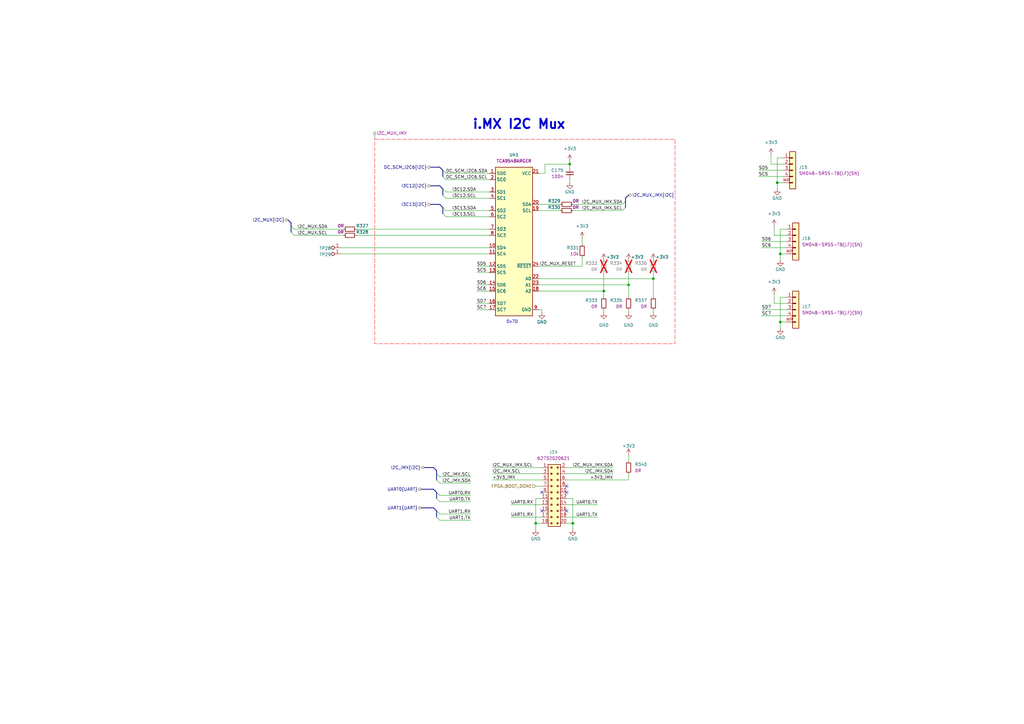
<source format=kicad_sch>
(kicad_sch (version 20250114) (generator "eeschema") (generator_version "9.0")
  (paper "A3")
  (title_block (title "BMC Reference Carrier Board") (date "2025-08-14") (rev "1.0.0"))
  (lib_symbols
    (symbol "antmicroCapacitors0402:C_100n_0402" (pin_numbers (hide yes)) (pin_names (hide yes))
      (property "Reference" "C" (at 20.32 -5.08 0))
      (property "Val" "100n" (at 20.32 -7.62 0))
      (symbol "C_100n_0402_0_1"
        (polyline (pts (xy 2.032 -1.524) (xy 2.032 1.524)) (stroke (width 0.3048)))
        (polyline (pts (xy 3.048 -1.524) (xy 3.048 1.524)) (stroke (width 0.3302)))
      )
      (symbol "C_100n_0402_1_1"
        (pin passive line (at 0 0 0) (length 2.032) (name "~") (number "1"))
        (pin passive line (at 5.08 0 180) (length 2.032) (name "~") (number "2"))
      )
    )
    (symbol "antmicroGenericPinHeaders:PinHeader_2x10_P1.27mm_SMD_Shrouded"
      (property "Reference" "J" (at 18.415 -3.175 0))
      (property "MPN" "62732020621" (at 18.415 -13.335 0))
      (symbol "PinHeader_2x10_P1.27mm_SMD_Shrouded_1_1"
        (rectangle (start 1.905 -5.08) (end 1.905 -5.08) (stroke (width 0.254)) (fill (type background)))
        (rectangle (start 2.54 1.27) (end 7.62 -24.13) (stroke (width 0.254)) (fill (type background)))
        (rectangle (start 3.81 -2.54) (end 3.81 -2.54) (stroke (width 0.254)) (fill (type background)))
        (rectangle (start 4.191 -0.254) (end 3.683 0.254) (stroke (width 0.254)) (fill (type background)))
        (rectangle (start 4.191 -2.794) (end 3.683 -2.286) (stroke (width 0.254)) (fill (type background)))
        (rectangle (start 4.191 -5.334) (end 3.683 -4.826) (stroke (width 0.254)) (fill (type background)))
        (rectangle (start 4.191 -7.874) (end 3.683 -7.366) (stroke (width 0.254)) (fill (type background)))
        (rectangle (start 4.191 -10.414) (end 3.683 -9.906) (stroke (width 0.254)) (fill (type background)))
        (rectangle (start 4.191 -12.954) (end 3.683 -12.446) (stroke (width 0.254)) (fill (type background)))
        (rectangle (start 4.191 -15.494) (end 3.683 -14.986) (stroke (width 0.254)) (fill (type background)))
        (rectangle (start 4.191 -18.034) (end 3.683 -17.526) (stroke (width 0.254)) (fill (type background)))
        (rectangle (start 4.191 -20.574) (end 3.683 -20.066) (stroke (width 0.254)) (fill (type background)))
        (rectangle (start 4.191 -23.114) (end 3.683 -22.606) (stroke (width 0.254)) (fill (type background)))
        (rectangle (start 6.7056 -23.114) (end 6.1976 -22.606) (stroke (width 0.254)) (fill (type background)))
        (rectangle (start 6.731 -0.254) (end 6.223 0.254) (stroke (width 0.254)) (fill (type background)))
        (rectangle (start 6.731 -2.794) (end 6.223 -2.286) (stroke (width 0.254)) (fill (type background)))
        (rectangle (start 6.731 -5.334) (end 6.223 -4.826) (stroke (width 0.254)) (fill (type background)))
        (rectangle (start 6.731 -7.874) (end 6.223 -7.366) (stroke (width 0.254)) (fill (type background)))
        (rectangle (start 6.731 -10.414) (end 6.223 -9.906) (stroke (width 0.254)) (fill (type background)))
        (rectangle (start 6.731 -12.954) (end 6.223 -12.446) (stroke (width 0.254)) (fill (type background)))
        (rectangle (start 6.731 -15.494) (end 6.223 -14.986) (stroke (width 0.254)) (fill (type background)))
        (rectangle (start 6.731 -18.034) (end 6.223 -17.526) (stroke (width 0.254)) (fill (type background)))
        (rectangle (start 6.731 -20.574) (end 6.223 -20.066) (stroke (width 0.254)) (fill (type background)))
        (pin passive line (at 0 0 0) (length 2.54) (name "~") (number "1"))
        (pin passive line (at 0 -2.54 0) (length 2.54) (name "~") (number "3"))
        (pin passive line (at 0 -5.08 0) (length 2.54) (name "~") (number "5"))
        (pin passive line (at 0 -7.62 0) (length 2.54) (name "~") (number "7"))
        (pin passive line (at 0 -10.16 0) (length 2.54) (name "~") (number "9"))
        (pin passive line (at 0 -12.7 0) (length 2.54) (name "~") (number "11"))
        (pin passive line (at 0 -15.24 0) (length 2.54) (name "~") (number "13"))
        (pin passive line (at 0 -17.78 0) (length 2.54) (name "~") (number "15"))
        (pin passive line (at 0 -20.32 0) (length 2.54) (name "~") (number "17"))
        (pin passive line (at 0 -22.86 0) (length 2.54) (name "~") (number "19"))
        (pin passive line (at 10.16 0 180) (length 2.54) (name "~") (number "2"))
        (pin passive line (at 10.16 -2.54 180) (length 2.54) (name "~") (number "4"))
        (pin passive line (at 10.16 -5.08 180) (length 2.54) (name "~") (number "6"))
        (pin passive line (at 10.16 -7.62 180) (length 2.54) (name "~") (number "8"))
        (pin passive line (at 10.16 -10.16 180) (length 2.54) (name "~") (number "10"))
        (pin passive line (at 10.16 -12.7 180) (length 2.54) (name "~") (number "12"))
        (pin passive line (at 10.16 -15.24 180) (length 2.54) (name "~") (number "14"))
        (pin passive line (at 10.16 -17.78 180) (length 2.54) (name "~") (number "16"))
        (pin passive line (at 10.16 -20.32 180) (length 2.54) (name "~") (number "18"))
        (pin passive line (at 10.16 -22.86 180) (length 2.54) (name "~") (number "20"))
      )
    )
    (symbol "antmicroLogicSignalSwitchesMultiplexersDecoders:TCA9548ARGER"
      (property "Reference" "U" (at 40.64 -2.54 0))
      (property "MPN" "TCA9548ARGER" (at 40.64 -5.08 0))
      (symbol "TCA9548ARGER_1_1"
        (rectangle (start 2.54 2.54) (end 17.78 -58.42) (stroke (width 0.254)) (fill (type background)))
        (pin power_in line (at 0 0 0) (length 2.54) (name "VCC") (number "21"))
        (pin bidirectional line (at 0 -12.7 0) (length 2.54) (name "SDA") (number "20"))
        (pin bidirectional line (at 0 -15.24 0) (length 2.54) (name "SCL") (number "19"))
        (pin input line (at 0 -38.1 0) (length 2.54) (name "~{RESET}") (number "24"))
        (pin input line (at 0 -43.18 0) (length 2.54) (name "A0") (number "22"))
        (pin input line (at 0 -45.72 0) (length 2.54) (name "A1") (number "23"))
        (pin input line (at 0 -48.26 0) (length 2.54) (name "A2") (number "18"))
        (pin power_in line (at 0 -55.88 0) (length 2.54) (name "GND") (number "9"))
        (pin no_connect line (at 2.54 -53.34 0) (length 2.54) (hide yes) (name "EP") (number "25"))
        (pin bidirectional line (at 20.32 0 180) (length 2.54) (name "SD0") (number "1"))
        (pin bidirectional line (at 20.32 -2.54 180) (length 2.54) (name "SC0") (number "2"))
        (pin bidirectional line (at 20.32 -7.62 180) (length 2.54) (name "SD1") (number "3"))
        (pin bidirectional line (at 20.32 -10.16 180) (length 2.54) (name "SC1") (number "4"))
        (pin bidirectional line (at 20.32 -15.24 180) (length 2.54) (name "SD2") (number "5"))
        (pin bidirectional line (at 20.32 -17.78 180) (length 2.54) (name "SC2") (number "6"))
        (pin bidirectional line (at 20.32 -22.86 180) (length 2.54) (name "SD3") (number "7"))
        (pin bidirectional line (at 20.32 -25.4 180) (length 2.54) (name "SC3") (number "8"))
        (pin bidirectional line (at 20.32 -30.48 180) (length 2.54) (name "SD4") (number "10"))
        (pin bidirectional line (at 20.32 -33.02 180) (length 2.54) (name "SC4") (number "11"))
        (pin bidirectional line (at 20.32 -38.1 180) (length 2.54) (name "SD5") (number "12"))
        (pin bidirectional line (at 20.32 -40.64 180) (length 2.54) (name "SC5") (number "13"))
        (pin bidirectional line (at 20.32 -45.72 180) (length 2.54) (name "SD6") (number "14"))
        (pin bidirectional line (at 20.32 -48.26 180) (length 2.54) (name "SC6") (number "15"))
        (pin bidirectional line (at 20.32 -53.34 180) (length 2.54) (name "SD7") (number "16"))
        (pin bidirectional line (at 20.32 -55.88 180) (length 2.54) (name "SC7") (number "17"))
      )
    )
    (symbol "antmicroResistors0402:R_0R_0402" (pin_numbers (hide yes)) (pin_names (hide yes))
      (property "Reference" "R" (at 20.32 -5.08 0))
      (property "Val" "0R" (at 20.32 -7.62 0))
      (symbol "R_0R_0402_0_1"
        (rectangle (start 0.635 0.889) (end 4.445 -0.889) (stroke (width 0.254)))
      )
      (symbol "R_0R_0402_1_1"
        (pin passive line (at 0 0 0) (length 0.635) (name "~") (number "1"))
        (pin passive line (at 5.08 0 180) (length 0.635) (name "~") (number "2"))
      )
    )
    (symbol "antmicroResistors0402:R_10k_0402" (pin_numbers (hide yes)) (pin_names (hide yes))
      (property "Reference" "R" (at 20.32 -5.08 0))
      (property "Val" "10k" (at 20.32 -7.62 0))
      (symbol "R_10k_0402_0_1"
        (rectangle (start 0.635 0.889) (end 4.445 -0.889) (stroke (width 0.254)))
      )
      (symbol "R_10k_0402_1_1"
        (pin passive line (at 0 0 0) (length 0.635) (name "~") (number "1"))
        (pin passive line (at 5.08 0 180) (length 0.635) (name "~") (number "2"))
      )
    )
    (symbol "antmicroTestPoints:TP_0.75mm_SMD" (pin_names (hide yes)) (in_bom no)
      (property "Reference" "TP" (at 10.16 -1.27 0))
      (symbol "TP_0.75mm_SMD_1_1"
        (circle (center 3.175 0) (radius 0.635) (stroke (width 0.254)))
        (pin passive line (at 0 0 0) (length 2.54) (name "1") (number "1"))
      )
    )
    (symbol "antmicroWire2BoardConnectors:JST_SH_1x4_SM04B-SRSS-TB-LF-SN"
      (property "Reference" "J" (at 26.67 -2.54 0))
      (property "MPN" "SM04B-SRSS-TB(LF)(SN)" (at 26.67 -5.08 0))
      (symbol "JST_SH_1x4_SM04B-SRSS-TB-LF-SN_1_1"
        (rectangle (start 2.54 2.54) (end 5.08 -12.7) (stroke (width 0.254)) (fill (type background)))
        (rectangle (start 2.54 0.127) (end 3.81 -0.127) (stroke (width 0.254)) (fill (type background)))
        (rectangle (start 2.54 -2.413) (end 3.81 -2.667) (stroke (width 0.254)) (fill (type background)))
        (rectangle (start 2.54 -4.953) (end 3.81 -5.207) (stroke (width 0.254)) (fill (type background)))
        (rectangle (start 2.54 -7.493) (end 3.81 -7.747) (stroke (width 0.254)) (fill (type background)))
        (rectangle (start 2.54 -10.033) (end 3.81 -10.287) (stroke (width 0.254)) (fill (type background)))
        (pin passive line (at 0 0 0) (length 2.54) (name "~") (number "1"))
        (pin passive line (at 0 -2.54 0) (length 2.54) (name "~") (number "2"))
        (pin passive line (at 0 -5.08 0) (length 2.54) (name "~") (number "3"))
        (pin passive line (at 0 -7.62 0) (length 2.54) (name "~") (number "4"))
        (pin passive line (at 0 -10.16 0) (length 2.54) (name "~") (number "MP"))
      )
    )
    (symbol "antmicropower:+3V3" (power) (pin_numbers (hide yes)) (pin_names (hide yes))
      (property "Value" "+3V3" (at -3.175 2.54 0))
      (symbol "+3V3_0_1"
        (polyline (pts (xy 0 2.54) (xy -0.762 1.27)))
        (polyline (pts (xy 0 2.54) (xy 0.762 1.27)))
        (polyline (pts (xy 0 0) (xy 0 2.54)))
      )
      (symbol "+3V3_1_1"
        (pin power_in line (at 0 0 90) (length 0) (hide yes) (name "+3V3") (number "1"))
      )
    )
    (symbol "antmicropower:GND" (power) (pin_numbers (hide yes)) (pin_names (hide yes))
      (property "Value" "GND" (at 8.89 -5.08 0))
      (symbol "GND_1_1"
        (polyline (pts (xy 0 0) (xy 0 -1.27) (xy 1.27 -1.27) (xy 0 -2.54) (xy -1.27 -1.27) (xy 0 -1.27)))
        (pin power_in line (at 0 0 270) (length 0) (name "GND") (number "1"))
      )
    )
  )
  (text "i.MX I2C Mux" (at 212.852 51.054 0) (effects (font (size 3.81 3.81) (thickness 0.762) (bold yes))))
  (text "0x70" (at 210.058 132.08 0) (effects (font (size 1.27 1.27))))
  (junction (at 320.04 132.08))
  (junction (at 267.97 114.3))
  (junction (at 219.71 214.63))
  (junction (at 318.77 74.93))
  (junction (at 320.04 104.14))
  (junction (at 234.95 214.63))
  (junction (at 247.65 119.38))
  (junction (at 257.81 116.84))
  (junction (at 233.68 67.31))
  (no_connect (at 232.41 209.55))
  (no_connect (at 222.25 201.93))
  (no_connect (at 232.41 199.39))
  (no_connect (at 222.25 209.55))
  (no_connect (at 232.41 201.93))
  (bus_entry (at 119.38 95.25) (size 1.27 1.27))
  (bus_entry (at 181.61 69.85) (size 1.27 1.27))
  (bus_entry (at 179.07 212.09) (size 1.27 1.27))
  (bus_entry (at 119.38 92.71) (size 1.27 1.27))
  (bus_entry (at 181.61 72.39) (size 1.27 1.27))
  (bus_entry (at 179.07 196.85) (size 1.27 1.27))
  (bus_entry (at 256.54 85.09) (size -1.27 1.27))
  (bus_entry (at 181.61 80.01) (size 1.27 1.27))
  (bus_entry (at 179.07 201.93) (size 1.27 1.27))
  (bus_entry (at 181.61 85.09) (size 1.27 1.27))
  (bus_entry (at 179.07 209.55) (size 1.27 1.27))
  (bus_entry (at 179.07 194.31) (size 1.27 1.27))
  (bus_entry (at 179.07 204.47) (size 1.27 1.27))
  (bus_entry (at 181.61 87.63) (size 1.27 1.27))
  (bus_entry (at 181.61 77.47) (size 1.27 1.27))
  (bus_entry (at 256.54 82.55) (size -1.27 1.27))
  (wire (pts (xy 200.66 71.12) (xy 182.88 71.12)))
  (bus (pts (xy 177.8 200.66) (xy 179.07 201.93)))
  (wire (pts (xy 320.04 93.98) (xy 320.04 104.14)))
  (wire (pts (xy 180.34 213.36) (xy 193.04 213.36)))
  (wire (pts (xy 234.95 83.82) (xy 255.27 83.82)))
  (wire (pts (xy 318.77 77.47) (xy 318.77 74.93)))
  (wire (pts (xy 257.81 186.69) (xy 257.81 189.23)))
  (wire (pts (xy 317.5 124.46) (xy 322.58 124.46)))
  (wire (pts (xy 195.58 127) (xy 200.66 127)))
  (wire (pts (xy 209.55 212.09) (xy 222.25 212.09)))
  (wire (pts (xy 321.31 72.39) (xy 311.15 72.39)))
  (wire (pts (xy 257.81 116.84) (xy 257.81 121.92)))
  (wire (pts (xy 182.88 86.36) (xy 200.66 86.36)))
  (wire (pts (xy 120.65 96.52) (xy 140.97 96.52)))
  (wire (pts (xy 322.58 93.98) (xy 320.04 93.98)))
  (wire (pts (xy 320.04 134.62) (xy 320.04 132.08)))
  (wire (pts (xy 234.95 214.63) (xy 232.41 214.63)))
  (wire (pts (xy 234.95 86.36) (xy 255.27 86.36)))
  (bus (pts (xy 180.34 83.82) (xy 181.61 85.09)))
  (wire (pts (xy 322.58 101.6) (xy 312.42 101.6)))
  (wire (pts (xy 201.93 196.85) (xy 222.25 196.85)))
  (wire (pts (xy 232.41 191.77) (xy 251.46 191.77)))
  (wire (pts (xy 201.93 191.77) (xy 222.25 191.77)))
  (wire (pts (xy 180.34 205.74) (xy 193.04 205.74)))
  (wire (pts (xy 195.58 111.76) (xy 200.66 111.76)))
  (wire (pts (xy 182.88 88.9) (xy 200.66 88.9)))
  (wire (pts (xy 233.68 67.31) (xy 233.68 68.58)))
  (wire (pts (xy 316.23 63.5) (xy 316.23 67.31)))
  (wire (pts (xy 238.76 105.41) (xy 238.76 109.22)))
  (wire (pts (xy 322.58 127) (xy 312.42 127)))
  (wire (pts (xy 120.65 93.98) (xy 140.97 93.98)))
  (wire (pts (xy 320.04 106.68) (xy 320.04 104.14)))
  (bus (pts (xy 176.53 68.58) (xy 180.34 68.58)))
  (wire (pts (xy 180.34 203.2) (xy 193.04 203.2)))
  (wire (pts (xy 222.25 127) (xy 222.25 128.27)))
  (wire (pts (xy 247.65 127) (xy 247.65 128.27)))
  (wire (pts (xy 318.77 74.93) (xy 321.31 74.93)))
  (bus (pts (xy 179.07 201.93) (xy 179.07 204.47)))
  (wire (pts (xy 257.81 116.84) (xy 220.98 116.84)))
  (bus (pts (xy 177.8 191.77) (xy 179.07 193.04)))
  (wire (pts (xy 234.95 204.47) (xy 234.95 214.63)))
  (wire (pts (xy 322.58 129.54) (xy 312.42 129.54)))
  (wire (pts (xy 219.71 204.47) (xy 219.71 214.63)))
  (wire (pts (xy 316.23 67.31) (xy 321.31 67.31)))
  (wire (pts (xy 195.58 119.38) (xy 200.66 119.38)))
  (bus (pts (xy 176.53 76.2) (xy 180.34 76.2)))
  (bus (pts (xy 180.34 68.58) (xy 181.61 69.85)))
  (wire (pts (xy 317.5 96.52) (xy 322.58 96.52)))
  (wire (pts (xy 317.5 120.65) (xy 317.5 124.46)))
  (wire (pts (xy 219.71 214.63) (xy 219.71 217.17)))
  (wire (pts (xy 201.93 194.31) (xy 222.25 194.31)))
  (wire (pts (xy 232.41 204.47) (xy 234.95 204.47)))
  (wire (pts (xy 182.88 81.28) (xy 200.66 81.28)))
  (wire (pts (xy 320.04 104.14) (xy 322.58 104.14)))
  (wire (pts (xy 267.97 111.76) (xy 267.97 114.3)))
  (wire (pts (xy 232.41 207.01) (xy 245.11 207.01)))
  (wire (pts (xy 318.77 64.77) (xy 318.77 74.93)))
  (wire (pts (xy 195.58 116.84) (xy 200.66 116.84)))
  (bus (pts (xy 180.34 76.2) (xy 181.61 77.47)))
  (wire (pts (xy 139.7 104.14) (xy 200.66 104.14)))
  (bus (pts (xy 257.81 80.01) (xy 256.54 81.28)))
  (wire (pts (xy 238.76 109.22) (xy 220.98 109.22)))
  (wire (pts (xy 320.04 121.92) (xy 320.04 132.08)))
  (wire (pts (xy 247.65 111.76) (xy 247.65 119.38)))
  (wire (pts (xy 267.97 127) (xy 267.97 128.27)))
  (wire (pts (xy 139.7 101.6) (xy 200.66 101.6)))
  (wire (pts (xy 229.87 83.82) (xy 220.98 83.82)))
  (wire (pts (xy 146.05 96.52) (xy 200.66 96.52)))
  (wire (pts (xy 233.68 73.66) (xy 233.68 74.93)))
  (bus (pts (xy 119.38 92.71) (xy 119.38 95.25)))
  (bus (pts (xy 172.72 200.66) (xy 177.8 200.66)))
  (wire (pts (xy 222.25 127) (xy 220.98 127)))
  (wire (pts (xy 222.25 204.47) (xy 219.71 204.47)))
  (wire (pts (xy 223.52 67.31) (xy 233.68 67.31)))
  (wire (pts (xy 220.98 71.12) (xy 223.52 71.12)))
  (bus (pts (xy 179.07 193.04) (xy 179.07 194.31)))
  (bus (pts (xy 173.99 191.77) (xy 177.8 191.77)))
  (wire (pts (xy 195.58 124.46) (xy 200.66 124.46)))
  (wire (pts (xy 322.58 121.92) (xy 320.04 121.92)))
  (wire (pts (xy 180.34 198.12) (xy 193.04 198.12)))
  (wire (pts (xy 223.52 71.12) (xy 223.52 67.31)))
  (wire (pts (xy 195.58 109.22) (xy 200.66 109.22)))
  (wire (pts (xy 180.34 195.58) (xy 193.04 195.58)))
  (wire (pts (xy 234.95 217.17) (xy 234.95 214.63)))
  (wire (pts (xy 209.55 207.01) (xy 222.25 207.01)))
  (wire (pts (xy 322.58 99.06) (xy 312.42 99.06)))
  (wire (pts (xy 146.05 93.98) (xy 200.66 93.98)))
  (wire (pts (xy 267.97 114.3) (xy 220.98 114.3)))
  (wire (pts (xy 222.25 214.63) (xy 219.71 214.63)))
  (bus (pts (xy 119.38 91.44) (xy 119.38 92.71)))
  (wire (pts (xy 232.41 196.85) (xy 257.81 196.85)))
  (bus (pts (xy 181.61 85.09) (xy 181.61 87.63)))
  (bus (pts (xy 172.72 208.28) (xy 177.8 208.28)))
  (wire (pts (xy 238.76 97.79) (xy 238.76 100.33)))
  (bus (pts (xy 256.54 81.28) (xy 256.54 82.55)))
  (wire (pts (xy 321.31 64.77) (xy 318.77 64.77)))
  (wire (pts (xy 267.97 114.3) (xy 267.97 121.92)))
  (wire (pts (xy 321.31 69.85) (xy 311.15 69.85)))
  (bus (pts (xy 177.8 208.28) (xy 179.07 209.55)))
  (wire (pts (xy 219.71 199.39) (xy 222.25 199.39)))
  (wire (pts (xy 233.68 66.04) (xy 233.68 67.31)))
  (wire (pts (xy 180.34 210.82) (xy 193.04 210.82)))
  (wire (pts (xy 232.41 194.31) (xy 251.46 194.31)))
  (wire (pts (xy 257.81 127) (xy 257.81 128.27)))
  (bus (pts (xy 181.61 77.47) (xy 181.61 80.01)))
  (bus (pts (xy 256.54 82.55) (xy 256.54 85.09)))
  (wire (pts (xy 320.04 132.08) (xy 322.58 132.08)))
  (wire (pts (xy 247.65 119.38) (xy 220.98 119.38)))
  (bus (pts (xy 179.07 194.31) (xy 179.07 196.85)))
  (wire (pts (xy 257.81 194.31) (xy 257.81 196.85)))
  (wire (pts (xy 232.41 212.09) (xy 245.11 212.09)))
  (wire (pts (xy 182.88 78.74) (xy 200.66 78.74)))
  (wire (pts (xy 247.65 119.38) (xy 247.65 121.92)))
  (wire (pts (xy 317.5 92.71) (xy 317.5 96.52)))
  (bus (pts (xy 176.53 83.82) (xy 180.34 83.82)))
  (wire (pts (xy 229.87 86.36) (xy 220.98 86.36)))
  (bus (pts (xy 181.61 69.85) (xy 181.61 72.39)))
  (wire (pts (xy 182.88 73.66) (xy 200.66 73.66)))
  (wire (pts (xy 257.81 111.76) (xy 257.81 116.84)))
  (bus (pts (xy 118.11 90.17) (xy 119.38 91.44)))
  (bus (pts (xy 179.07 209.55) (xy 179.07 212.09)))
  (label "I2C_MUX_IMX.SDA" (at 251.46 191.77 180))
  (label "I2C_MUX_IMX.SCL" (at 201.93 191.77 0))
  (label "UART0.RX" (at 209.55 207.01 0))
  (label "I2C_IMX.SCL" (at 193.04 195.58 180))
  (label "SC6" (at 312.42 101.6 0))
  (label "SD7" (at 195.58 124.46 0))
  (label "DC_SCM_I2C6.SCL" (at 182.88 73.66 0))
  (label "I3C13.SDA" (at 185.42 86.36 0))
  (label "+3V3_iMX" (at 251.46 196.85 180))
  (label "SD6" (at 195.58 116.84 0))
  (label "SD5" (at 311.15 69.85 0))
  (label "UART0.TX" (at 245.11 207.01 180))
  (label "SC7" (at 312.42 129.54 0))
  (label "I2C_MUX.SDA" (at 121.92 93.98 0))
  (label "I3C13.SCL" (at 185.42 88.9 0))
  (label "I2C_MUX_RESET" (at 236.22 109.22 180))
  (label "I2C_IMX.SDA" (at 251.46 194.31 180))
  (label "SD6" (at 312.42 99.06 0))
  (label "I3C12.SCL" (at 185.42 81.28 0))
  (label "UART1.TX" (at 245.11 212.09 180))
  (label "UART0.TX" (at 193.04 205.74 180))
  (label "SC7" (at 195.58 127 0))
  (label "UART1.RX" (at 193.04 210.82 180))
  (label "I2C_MUX_IMX.SCL" (at 255.27 86.36 180))
  (label "+3V3_iMX" (at 201.93 196.85 0))
  (label "SD5" (at 195.58 109.22 0))
  (label "DC_SCM_I2C6.SDA" (at 182.88 71.12 0))
  (label "I2C_MUX.SCL" (at 121.92 96.52 0))
  (label "I2C_IMX.SCL" (at 201.93 194.31 0))
  (label "UART0.RX" (at 193.04 203.2 180))
  (label "I2C_MUX_IMX.SDA" (at 255.27 83.82 180))
  (label "SC6" (at 195.58 119.38 0))
  (label "SC5" (at 195.58 111.76 0))
  (label "SC5" (at 311.15 72.39 0))
  (label "I2C_IMX.SDA" (at 193.04 198.12 180))
  (label "UART1.RX" (at 209.55 212.09 0))
  (label "I3C12.SDA" (at 185.42 78.74 0))
  (label "UART1.TX" (at 193.04 213.36 180))
  (label "SD7" (at 312.42 127 0))
  (hierarchical_label "I2C_MUX{I2C}" (shape bidirectional) (at 118.11 90.17 180))
  (hierarchical_label "FPGA_BOOT_DONE" (shape input) (at 219.71 199.39 180))
  (hierarchical_label "I2C_IMX{I2C}" (shape bidirectional) (at 173.99 191.77 180))
  (hierarchical_label "UART0{UART}" (shape bidirectional) (at 172.72 200.66 180))
  (hierarchical_label "UART1{UART}" (shape bidirectional) (at 172.72 208.28 180))
  (hierarchical_label "I3C12{I2C}" (shape bidirectional) (at 176.53 76.2 180))
  (hierarchical_label "I3C13{I2C}" (shape bidirectional) (at 176.53 83.82 180))
  (hierarchical_label "I2C_MUX_IMX{I2C}" (shape bidirectional) (at 257.81 80.01 0))
  (hierarchical_label "DC_SCM_I2C6{I2C}" (shape bidirectional) (at 176.53 68.58 180))
  (rule_area (polyline (pts (xy 153.67 57.15) (xy 276.86 57.15) (xy 276.86 140.97) (xy 153.67 140.97)) (stroke (width 0) (type dash))))
  (netclass_flag "" (length 2.54) (shape round) (at 153.67 57.15 0) (property "Component Class" "I2C_MUX_IMX" (at 154.3685 54.61 0) (effects (font (italic yes)) (justify left))))
  (symbol (lib_id "antmicropower:+3V3") (at 267.97 106.68 0) (mirror y) (unit 1)
    (property "Reference" "#PWR0387" (effects (hide yes)))
    (property "Value" "+3V3" (at 271.526 105.41 0))
    (property "Author" "Antmicro" (effects (hide yes)))
    (property "License" "Apache-2.0" (effects (hide yes)))
  )
  (symbol (lib_id "antmicropower:GND") (at 219.71 217.17 0) (unit 1)
    (property "Reference" "#PWR0376" (effects (hide yes)))
    (property "Value" "GND" (at 219.71 220.98 0))
    (property "Author" "Antmicro" (effects (hide yes)))
    (property "License" "Apache-2.0" (effects (hide yes)))
  )
  (symbol (lib_id "antmicroWire2BoardConnectors:JST_SH_1x4_SM04B-SRSS-TB-LF-SN") (at 322.58 121.92 0) (unit 1)
    (property "Reference" "J17" (at 328.93 125.73 0) (effects (justify left)))
    (property "Value" "JST_SH_1x4_SM04B-SRSS-TB-LF-SN" (effects (hide yes)))
    (property "Footprint" "antmicro-footprints:Conn_JST_SH_1x4_SM04B-SRSS-TB-LF-SN" (effects (hide yes)))
    (property "Datasheet" "https://www.jst-mfg.com/product/pdf/eng/eSH.pdf" (effects (hide yes)))
    (property "Description" "Pin Header, Right Angle, Wire-to-Board, 1 mm, 1 Rows, 4 Contacts, Surface Mount Right Angle, SH" (effects (hide yes)))
    (property "MPN" "SM04B-SRSS-TB(LF)(SN)" (at 328.93 128.27 0) (effects (justify left)))
    (property "Manufacturer" "JST Automotive Connectors" (effects (hide yes)))
    (property "Author" "Antmicro" (effects (hide yes)))
    (property "License" "Apache-2.0" (effects (hide yes)))
  )
  (symbol (lib_id "antmicroResistors0402:R_0R_0402") (at 229.87 83.82 0) (mirror x) (unit 1)
    (property "Reference" "R329" (at 229.87 83.185 0) (effects (justify right top)))
    (property "Value" "R_0R_0402" (effects (hide yes)))
    (property "Footprint" "antmicro-footprints:R_0402_1005Metric" (effects (hide yes)))
    (property "Datasheet" "https://industrial.panasonic.com/cdbs/www-data/pdf/RDA0000/AOA0000C301.pdf" (effects (hide yes)))
    (property "Manufacturer" "Panasonic" (effects (hide yes)))
    (property "MPN" "ERJ2GE0R00X" (effects (hide yes)))
    (property "Val" "0R" (at 237.49 83.185 0) (effects (justify right top)))
    (property "License" "Apache-2.0" (effects (hide yes)))
    (property "Author" "Antmicro" (effects (hide yes)))
    (property "Current" "1A" (effects (hide yes)))
  )
  (symbol (lib_id "antmicroWire2BoardConnectors:JST_SH_1x4_SM04B-SRSS-TB-LF-SN") (at 321.31 64.77 0) (unit 1)
    (property "Reference" "J15" (at 327.66 68.58 0) (effects (justify left)))
    (property "Value" "JST_SH_1x4_SM04B-SRSS-TB-LF-SN" (effects (hide yes)))
    (property "Footprint" "antmicro-footprints:Conn_JST_SH_1x4_SM04B-SRSS-TB-LF-SN" (effects (hide yes)))
    (property "Datasheet" "https://www.jst-mfg.com/product/pdf/eng/eSH.pdf" (effects (hide yes)))
    (property "Description" "Pin Header, Right Angle, Wire-to-Board, 1 mm, 1 Rows, 4 Contacts, Surface Mount Right Angle, SH" (effects (hide yes)))
    (property "MPN" "SM04B-SRSS-TB(LF)(SN)" (at 327.66 71.12 0) (effects (justify left)))
    (property "Manufacturer" "JST Automotive Connectors" (effects (hide yes)))
    (property "Author" "Antmicro" (effects (hide yes)))
    (property "License" "Apache-2.0" (effects (hide yes)))
  )
  (symbol (lib_id "antmicropower:+3V3") (at 257.81 106.68 0) (mirror y) (unit 1)
    (property "Reference" "#PWR0385" (effects (hide yes)))
    (property "Value" "+3V3" (at 261.366 105.41 0))
    (property "Author" "Antmicro" (effects (hide yes)))
    (property "License" "Apache-2.0" (effects (hide yes)))
  )
  (symbol (lib_id "antmicropower:+3V3") (at 317.5 120.65 0) (unit 1)
    (property "Reference" "#PWR0428" (effects (hide yes)))
    (property "Value" "+3V3" (at 317.5 115.57 0))
    (property "Author" "Antmicro" (effects (hide yes)))
    (property "License" "Apache-2.0" (effects (hide yes)))
  )
  (symbol (lib_id "antmicropower:+3V3") (at 257.81 186.69 0) (unit 1)
    (property "Reference" "#PWR0391" (effects (hide yes)))
    (property "Value" "+3V3" (at 257.81 182.88 0))
    (property "Author" "Antmicro" (effects (hide yes)))
    (property "License" "Apache-2.0" (effects (hide yes)))
  )
  (symbol (lib_id "antmicropower:+3V3") (at 233.68 66.04 0) (mirror y) (unit 1)
    (property "Reference" "#PWR0378" (effects (hide yes)))
    (property "Value" "+3V3" (at 233.68 60.96 0))
    (property "Author" "Antmicro" (effects (hide yes)))
    (property "License" "Apache-2.0" (effects (hide yes)))
  )
  (symbol (lib_id "antmicropower:+3V3") (at 238.76 97.79 0) (mirror y) (unit 1)
    (property "Reference" "#PWR0381" (effects (hide yes)))
    (property "Value" "+3V3" (at 238.76 92.71 0))
    (property "Author" "Antmicro" (effects (hide yes)))
    (property "License" "Apache-2.0" (effects (hide yes)))
  )
  (symbol (lib_id "antmicropower:GND") (at 234.95 217.17 0) (unit 1)
    (property "Reference" "#PWR0380" (effects (hide yes)))
    (property "Value" "GND" (at 234.95 220.98 0))
    (property "Author" "Antmicro" (effects (hide yes)))
    (property "License" "Apache-2.0" (effects (hide yes)))
  )
  (symbol (lib_id "antmicroResistors0402:R_10k_0402") (at 238.76 100.33 90) (mirror x) (unit 1)
    (property "Reference" "R331" (at 237.49 101.6 90) (effects (justify left)))
    (property "Value" "R_10k_0402" (effects (hide yes)))
    (property "Footprint" "antmicro-footprints:R_0402_1005Metric" (effects (hide yes)))
    (property "Datasheet" "https://www.bourns.com/docs/product-datasheets/cr.pdf" (effects (hide yes)))
    (property "Manufacturer" "Bourns" (effects (hide yes)))
    (property "MPN" "CR0402-FX-1002GLF" (effects (hide yes)))
    (property "Val" "10k" (at 237.49 104.14 90) (effects (justify left)))
    (property "License" "Apache-2.0" (effects (hide yes)))
    (property "Author" "Antmicro" (effects (hide yes)))
    (property "Tolerance" "1%" (effects (hide yes)))
  )
  (symbol (lib_id "antmicroResistors0402:R_0R_0402") (at 267.97 127 270) (mirror x) (unit 1)
    (property "Reference" "R337" (at 265.43 123.19 90) (effects (justify right)))
    (property "Value" "R_0R_0402" (effects (hide yes)))
    (property "Footprint" "antmicro-footprints:R_0402_1005Metric" (effects (hide yes)))
    (property "Datasheet" "https://industrial.panasonic.com/cdbs/www-data/pdf/RDA0000/AOA0000C301.pdf" (effects (hide yes)))
    (property "Description" "SMD Chip Resistor, Jumper, 0 ohm, 100 mW, 0402 [1005 Metric], Thick Film, General Purpose" (effects (hide yes)))
    (property "MPN" "ERJ2GE0R00X" (effects (hide yes)))
    (property "Manufacturer" "Panasonic" (effects (hide yes)))
    (property "License" "Apache-2.0" (effects (hide yes)))
    (property "Author" "Antmicro" (effects (hide yes)))
    (property "Val" "0R" (at 265.43 125.73 90) (effects (justify right)))
    (property "Current" "1A" (effects (hide yes)))
  )
  (symbol (lib_id "antmicroResistors0402:R_0R_0402") (at 267.97 111.76 270) (mirror x) (unit 1) (in_bom no) (dnp yes)
    (property "Reference" "R336" (at 265.43 107.95 90) (effects (justify right)))
    (property "Value" "R_0R_0402" (effects (hide yes)))
    (property "Footprint" "antmicro-footprints:R_0402_1005Metric" (effects (hide yes)))
    (property "Datasheet" "https://industrial.panasonic.com/cdbs/www-data/pdf/RDA0000/AOA0000C301.pdf" (effects (hide yes)))
    (property "Description" "SMD Chip Resistor, Jumper, 0 ohm, 100 mW, 0402 [1005 Metric], Thick Film, General Purpose" (effects (hide yes)))
    (property "MPN" "ERJ2GE0R00X" (effects (hide yes)))
    (property "Manufacturer" "Panasonic" (effects (hide yes)))
    (property "License" "Apache-2.0" (effects (hide yes)))
    (property "Author" "Antmicro" (effects (hide yes)))
    (property "Val" "0R" (at 265.43 110.49 90) (effects (justify right)))
    (property "Current" "1A" (effects (hide yes)))
  )
  (symbol (lib_id "antmicropower:GND") (at 318.77 77.47 0) (unit 1)
    (property "Reference" "#PWR0424" (effects (hide yes)))
    (property "Value" "GND" (at 318.77 81.28 0))
    (property "Author" "Antmicro" (effects (hide yes)))
    (property "License" "Apache-2.0" (effects (hide yes)))
  )
  (symbol (lib_id "antmicropower:+3V3") (at 247.65 106.68 0) (mirror y) (unit 1)
    (property "Reference" "#PWR0382" (effects (hide yes)))
    (property "Value" "+3V3" (at 251.206 105.41 0))
    (property "Author" "Antmicro" (effects (hide yes)))
    (property "License" "Apache-2.0" (effects (hide yes)))
  )
  (symbol (lib_id "antmicropower:GND") (at 320.04 106.68 0) (unit 1)
    (property "Reference" "#PWR0427" (effects (hide yes)))
    (property "Value" "GND" (at 320.04 110.49 0))
    (property "Author" "Antmicro" (effects (hide yes)))
    (property "License" "Apache-2.0" (effects (hide yes)))
  )
  (symbol (lib_id "antmicroGenericPinHeaders:PinHeader_2x10_P1.27mm_SMD_Shrouded") (at 222.25 191.77 0) (unit 1)
    (property "Reference" "J14" (at 227.0125 185.42 0))
    (property "Value" "PinHeader_2x10_P1.27mm_SMD_Shrouded" (effects (hide yes)))
    (property "Footprint" "antmicro-footprints:PinHeader_2x10_P1.27mm_SMD_Shrouded" (effects (hide yes)))
    (property "Datasheet" "https://www.we-online.com/catalog/datasheet/62732020621.pdf" (effects (hide yes)))
    (property "Description" "Pin Header, Wire-to-Board, 1.27 mm, 2 Rows, 20 Contacts, Surface Mount Straight, WR-BHD" (effects (hide yes)))
    (property "MPN" "62732020621" (at 227.0125 187.96 0))
    (property "Manufacturer" "Würth Elektronik" (effects (hide yes)))
    (property "Author" "Antmicro" (effects (hide yes)))
    (property "License" "Apache-2.0" (effects (hide yes)))
  )
  (symbol (lib_id "antmicropower:GND") (at 320.04 134.62 0) (unit 1)
    (property "Reference" "#PWR0429" (effects (hide yes)))
    (property "Value" "GND" (at 320.04 138.43 0))
    (property "Author" "Antmicro" (effects (hide yes)))
    (property "License" "Apache-2.0" (effects (hide yes)))
  )
  (symbol (lib_id "antmicroResistors0402:R_0R_0402") (at 146.05 93.98 180) (unit 1)
    (property "Reference" "R327" (at 146.05 93.345 0) (effects (justify right top)))
    (property "Value" "R_0R_0402" (effects (hide yes)))
    (property "Footprint" "antmicro-footprints:R_0402_1005Metric" (effects (hide yes)))
    (property "Datasheet" "https://industrial.panasonic.com/cdbs/www-data/pdf/RDA0000/AOA0000C301.pdf" (effects (hide yes)))
    (property "Manufacturer" "Panasonic" (effects (hide yes)))
    (property "MPN" "ERJ2GE0R00X" (effects (hide yes)))
    (property "Val" "0R" (at 138.43 93.345 0) (effects (justify right top)))
    (property "License" "Apache-2.0" (effects (hide yes)))
    (property "Author" "Antmicro" (effects (hide yes)))
    (property "Current" "1A" (effects (hide yes)))
  )
  (symbol (lib_id "antmicroLogicSignalSwitchesMultiplexersDecoders:TCA9548ARGER") (at 220.98 71.12 0) (mirror y) (unit 1)
    (property "Reference" "U41" (at 210.82 63.5 0))
    (property "Value" "TCA9548ARGER" (effects (hide yes)))
    (property "Footprint" "antmicro-footprints:VQFN-24-1EP_3.8x3.8x1.0mm_P0.5mm" (effects (hide yes)))
    (property "Datasheet" "https://www.ti.com/lit/ds/symlink/tca9548a.pdf?HQS=dis-dk-null-digikeymode-dsf-pf-null-wwe&ts=1691560939141&ref_url=https%253A%252F%252Fwww.mouser.com%252F" (effects (hide yes)))
    (property "Description" "Specialized Interface, I2C, SMBus, Servers & Routers, 1.65 V, 5.5 V, VQFN, 24 Pins" (effects (hide yes)))
    (property "Manufacturer" "Texas Instruments" (effects (hide yes)))
    (property "MPN" "TCA9548ARGER" (at 210.82 66.04 0))
    (property "Author" "Antmicro" (effects (hide yes)))
    (property "License" "Apache-2.0" (effects (hide yes)))
  )
  (symbol (lib_id "antmicroResistors0402:R_0R_0402") (at 146.05 96.52 0) (mirror y) (unit 1)
    (property "Reference" "R328" (at 146.05 95.885 0) (effects (justify right bottom)))
    (property "Value" "R_0R_0402" (effects (hide yes)))
    (property "Footprint" "antmicro-footprints:R_0402_1005Metric" (effects (hide yes)))
    (property "Datasheet" "https://industrial.panasonic.com/cdbs/www-data/pdf/RDA0000/AOA0000C301.pdf" (effects (hide yes)))
    (property "Manufacturer" "Panasonic" (effects (hide yes)))
    (property "MPN" "ERJ2GE0R00X" (effects (hide yes)))
    (property "Val" "0R" (at 138.43 95.885 0) (effects (justify right bottom)))
    (property "License" "Apache-2.0" (effects (hide yes)))
    (property "Author" "Antmicro" (effects (hide yes)))
    (property "Current" "1A" (effects (hide yes)))
  )
  (symbol (lib_id "antmicroResistors0402:R_0R_0402") (at 257.81 127 270) (mirror x) (unit 1)
    (property "Reference" "R335" (at 255.27 123.19 90) (effects (justify right)))
    (property "Value" "R_0R_0402" (effects (hide yes)))
    (property "Footprint" "antmicro-footprints:R_0402_1005Metric" (effects (hide yes)))
    (property "Datasheet" "https://industrial.panasonic.com/cdbs/www-data/pdf/RDA0000/AOA0000C301.pdf" (effects (hide yes)))
    (property "Description" "SMD Chip Resistor, Jumper, 0 ohm, 100 mW, 0402 [1005 Metric], Thick Film, General Purpose" (effects (hide yes)))
    (property "MPN" "ERJ2GE0R00X" (effects (hide yes)))
    (property "Manufacturer" "Panasonic" (effects (hide yes)))
    (property "License" "Apache-2.0" (effects (hide yes)))
    (property "Author" "Antmicro" (effects (hide yes)))
    (property "Val" "0R" (at 255.27 125.73 90) (effects (justify right)))
    (property "Current" "1A" (effects (hide yes)))
  )
  (symbol (lib_id "antmicroResistors0402:R_0R_0402") (at 257.81 111.76 270) (mirror x) (unit 1) (in_bom no) (dnp yes)
    (property "Reference" "R334" (at 255.27 107.95 90) (effects (justify right)))
    (property "Value" "R_0R_0402" (effects (hide yes)))
    (property "Footprint" "antmicro-footprints:R_0402_1005Metric" (effects (hide yes)))
    (property "Datasheet" "https://industrial.panasonic.com/cdbs/www-data/pdf/RDA0000/AOA0000C301.pdf" (effects (hide yes)))
    (property "Description" "SMD Chip Resistor, Jumper, 0 ohm, 100 mW, 0402 [1005 Metric], Thick Film, General Purpose" (effects (hide yes)))
    (property "MPN" "ERJ2GE0R00X" (effects (hide yes)))
    (property "Manufacturer" "Panasonic" (effects (hide yes)))
    (property "License" "Apache-2.0" (effects (hide yes)))
    (property "Author" "Antmicro" (effects (hide yes)))
    (property "Val" "0R" (at 255.27 110.49 90) (effects (justify right)))
    (property "Current" "1A" (effects (hide yes)))
  )
  (symbol (lib_id "antmicroResistors0402:R_0R_0402") (at 247.65 127 270) (mirror x) (unit 1)
    (property "Reference" "R333" (at 245.11 123.19 90) (effects (justify right)))
    (property "Value" "R_0R_0402" (effects (hide yes)))
    (property "Footprint" "antmicro-footprints:R_0402_1005Metric" (effects (hide yes)))
    (property "Datasheet" "https://industrial.panasonic.com/cdbs/www-data/pdf/RDA0000/AOA0000C301.pdf" (effects (hide yes)))
    (property "Description" "SMD Chip Resistor, Jumper, 0 ohm, 100 mW, 0402 [1005 Metric], Thick Film, General Purpose" (effects (hide yes)))
    (property "MPN" "ERJ2GE0R00X" (effects (hide yes)))
    (property "Manufacturer" "Panasonic" (effects (hide yes)))
    (property "License" "Apache-2.0" (effects (hide yes)))
    (property "Author" "Antmicro" (effects (hide yes)))
    (property "Val" "0R" (at 245.11 125.73 90) (effects (justify right)))
    (property "Current" "1A" (effects (hide yes)))
  )
  (symbol (lib_id "antmicroResistors0402:R_0R_0402") (at 257.81 189.23 90) (mirror x) (unit 1)
    (property "Reference" "R340" (at 260.35 190.5 90) (effects (justify right)))
    (property "Value" "R_0R_0402" (effects (hide yes)))
    (property "Footprint" "antmicro-footprints:R_0402_1005Metric" (effects (hide yes)))
    (property "Datasheet" "https://industrial.panasonic.com/cdbs/www-data/pdf/RDA0000/AOA0000C301.pdf" (effects (hide yes)))
    (property "Description" "SMD Chip Resistor, Jumper, 0 ohm, 100 mW, 0402 [1005 Metric], Thick Film, General Purpose" (effects (hide yes)))
    (property "MPN" "ERJ2GE0R00X" (effects (hide yes)))
    (property "Manufacturer" "Panasonic" (effects (hide yes)))
    (property "License" "Apache-2.0" (effects (hide yes)))
    (property "Author" "Antmicro" (effects (hide yes)))
    (property "Val" "0R" (at 260.35 193.04 90) (effects (justify right)))
    (property "Current" "1A" (effects (hide yes)))
  )
  (symbol (lib_id "antmicropower:GND") (at 222.25 128.27 0) (mirror y) (unit 1)
    (property "Reference" "#PWR0377" (effects (hide yes)))
    (property "Value" "GND" (at 222.25 132.08 0))
    (property "Author" "Antmicro" (effects (hide yes)))
    (property "License" "Apache-2.0" (effects (hide yes)))
  )
  (symbol (lib_id "antmicropower:GND") (at 247.65 128.27 0) (mirror y) (unit 1)
    (property "Reference" "#PWR0383" (effects (hide yes)))
    (property "Value" "GND" (at 247.65 133.35 0))
    (property "Author" "Antmicro" (effects (hide yes)))
    (property "License" "Apache-2.0" (effects (hide yes)))
  )
  (symbol (lib_id "antmicroWire2BoardConnectors:JST_SH_1x4_SM04B-SRSS-TB-LF-SN") (at 322.58 93.98 0) (unit 1)
    (property "Reference" "J16" (at 328.93 97.79 0) (effects (justify left)))
    (property "Value" "JST_SH_1x4_SM04B-SRSS-TB-LF-SN" (effects (hide yes)))
    (property "Footprint" "antmicro-footprints:Conn_JST_SH_1x4_SM04B-SRSS-TB-LF-SN" (effects (hide yes)))
    (property "Datasheet" "https://www.jst-mfg.com/product/pdf/eng/eSH.pdf" (effects (hide yes)))
    (property "Description" "Pin Header, Right Angle, Wire-to-Board, 1 mm, 1 Rows, 4 Contacts, Surface Mount Right Angle, SH" (effects (hide yes)))
    (property "MPN" "SM04B-SRSS-TB(LF)(SN)" (at 328.93 100.33 0) (effects (justify left)))
    (property "Manufacturer" "JST Automotive Connectors" (effects (hide yes)))
    (property "Author" "Antmicro" (effects (hide yes)))
    (property "License" "Apache-2.0" (effects (hide yes)))
  )
  (symbol (lib_id "antmicroResistors0402:R_0R_0402") (at 247.65 111.76 270) (mirror x) (unit 1) (in_bom no) (dnp yes)
    (property "Reference" "R332" (at 245.11 107.95 90) (effects (justify right)))
    (property "Value" "R_0R_0402" (effects (hide yes)))
    (property "Footprint" "antmicro-footprints:R_0402_1005Metric" (effects (hide yes)))
    (property "Datasheet" "https://industrial.panasonic.com/cdbs/www-data/pdf/RDA0000/AOA0000C301.pdf" (effects (hide yes)))
    (property "Description" "SMD Chip Resistor, Jumper, 0 ohm, 100 mW, 0402 [1005 Metric], Thick Film, General Purpose" (effects (hide yes)))
    (property "MPN" "ERJ2GE0R00X" (effects (hide yes)))
    (property "Manufacturer" "Panasonic" (effects (hide yes)))
    (property "License" "Apache-2.0" (effects (hide yes)))
    (property "Author" "Antmicro" (effects (hide yes)))
    (property "Val" "0R" (at 245.11 110.49 90) (effects (justify right)))
    (property "Current" "1A" (effects (hide yes)))
  )
  (symbol (lib_id "antmicropower:GND") (at 267.97 128.27 0) (mirror y) (unit 1)
    (property "Reference" "#PWR0388" (effects (hide yes)))
    (property "Value" "GND" (at 267.97 133.35 0))
    (property "Author" "Antmicro" (effects (hide yes)))
    (property "License" "Apache-2.0" (effects (hide yes)))
  )
  (symbol (lib_id "antmicropower:GND") (at 233.68 74.93 0) (mirror y) (unit 1)
    (property "Reference" "#PWR0379" (effects (hide yes)))
    (property "Value" "GND" (at 233.68 78.74 0))
    (property "Author" "Antmicro" (effects (hide yes)))
    (property "License" "Apache-2.0" (effects (hide yes)))
  )
  (symbol (lib_id "antmicropower:+3V3") (at 316.23 63.5 0) (unit 1)
    (property "Reference" "#PWR0425" (effects (hide yes)))
    (property "Value" "+3V3" (at 316.23 58.42 0))
    (property "Author" "Antmicro" (effects (hide yes)))
    (property "License" "Apache-2.0" (effects (hide yes)))
  )
  (symbol (lib_id "antmicropower:GND") (at 257.81 128.27 0) (mirror y) (unit 1)
    (property "Reference" "#PWR0386" (effects (hide yes)))
    (property "Value" "GND" (at 257.81 133.35 0))
    (property "Author" "Antmicro" (effects (hide yes)))
    (property "License" "Apache-2.0" (effects (hide yes)))
  )
  (symbol (lib_id "antmicroResistors0402:R_0R_0402") (at 229.87 86.36 0) (unit 1)
    (property "Reference" "R330" (at 229.87 85.725 0) (effects (justify right bottom)))
    (property "Value" "R_0R_0402" (effects (hide yes)))
    (property "Footprint" "antmicro-footprints:R_0402_1005Metric" (effects (hide yes)))
    (property "Datasheet" "https://industrial.panasonic.com/cdbs/www-data/pdf/RDA0000/AOA0000C301.pdf" (effects (hide yes)))
    (property "Manufacturer" "Panasonic" (effects (hide yes)))
    (property "MPN" "ERJ2GE0R00X" (effects (hide yes)))
    (property "Val" "0R" (at 237.49 85.725 0) (effects (justify right bottom)))
    (property "License" "Apache-2.0" (effects (hide yes)))
    (property "Author" "Antmicro" (effects (hide yes)))
    (property "Current" "1A" (effects (hide yes)))
  )
  (symbol (lib_id "antmicropower:+3V3") (at 317.5 92.71 0) (unit 1)
    (property "Reference" "#PWR0426" (effects (hide yes)))
    (property "Value" "+3V3" (at 317.5 87.63 0))
    (property "Author" "Antmicro" (effects (hide yes)))
    (property "License" "Apache-2.0" (effects (hide yes)))
  )
  (symbol (lib_id "antmicroTestPoints:TP_0.75mm_SMD") (at 139.7 104.14 0) (mirror y) (unit 1) (in_bom no)
    (property "Reference" "TP29" (at 133.35 104.394 0))
    (property "Value" "TP_0.75mm_SMD" (effects (hide yes)))
    (property "Footprint" "antmicro-footprints:TP_SMD_0.75mm" (effects (hide yes)))
    (property "Description" "SMT test point" (effects (hide yes)))
    (property "Author" "Antmicro" (effects (hide yes)))
    (property "License" "Apache-2.0" (effects (hide yes)))
  )
  (symbol (lib_id "antmicroTestPoints:TP_0.75mm_SMD") (at 139.7 101.6 0) (mirror y) (unit 1) (in_bom no)
    (property "Reference" "TP28" (at 133.35 101.854 0))
    (property "Value" "TP_0.75mm_SMD" (effects (hide yes)))
    (property "Footprint" "antmicro-footprints:TP_SMD_0.75mm" (effects (hide yes)))
    (property "Description" "SMT test point" (effects (hide yes)))
    (property "Author" "Antmicro" (effects (hide yes)))
    (property "License" "Apache-2.0" (effects (hide yes)))
  )
  (symbol (lib_id "antmicroCapacitors0402:C_100n_0402") (at 233.68 73.66 270) (mirror x) (unit 1)
    (property "Reference" "C175" (at 231.14 69.8436 90) (effects (justify right)))
    (property "Value" "C_100n_0402" (effects (hide yes)))
    (property "Footprint" "antmicro-footprints:C_0402_1005Metric" (effects (hide yes)))
    (property "Datasheet" "https://www.murata.com/products/productdetail?partno=GRM155R61H104KE14%23" (effects (hide yes)))
    (property "Manufacturer" "Murata" (effects (hide yes)))
    (property "MPN" "GRM155R61H104KE14D" (effects (hide yes)))
    (property "Val" "100n" (at 231.14 72.3836 90) (effects (justify right)))
    (property "License" "Apache-2.0" (effects (hide yes)))
    (property "Author" "Antmicro" (effects (hide yes)))
    (property "Voltage" "50V" (effects (hide yes)))
    (property "Dielectric" "X5R" (effects (hide yes)))
  )
)
</source>
